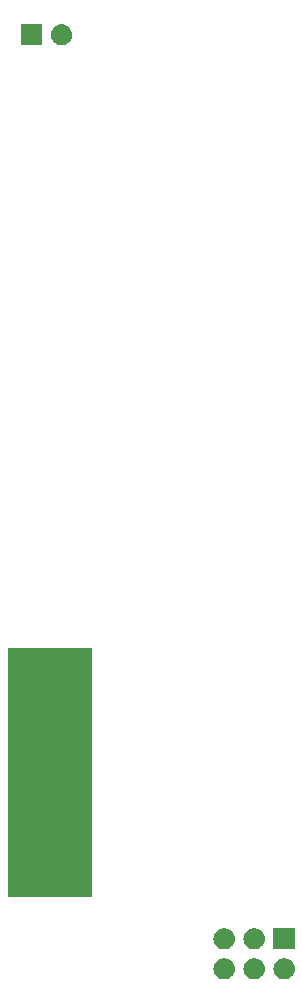
<source format=gbr>
G04 #@! TF.GenerationSoftware,KiCad,Pcbnew,(5.0.0-rc2-dev-668-g07e7340a9)*
G04 #@! TF.CreationDate,2018-10-23T00:23:44-04:00*
G04 #@! TF.ProjectId,BalancingBusinessCard,42616C616E63696E67427573696E6573,rev?*
G04 #@! TF.SameCoordinates,Original*
G04 #@! TF.FileFunction,Soldermask,Bot*
G04 #@! TF.FilePolarity,Negative*
%FSLAX46Y46*%
G04 Gerber Fmt 4.6, Leading zero omitted, Abs format (unit mm)*
G04 Created by KiCad (PCBNEW (5.0.0-rc2-dev-668-g07e7340a9)) date 10/23/18 00:23:44*
%MOMM*%
%LPD*%
G01*
G04 APERTURE LIST*
%ADD10C,0.100000*%
G04 APERTURE END LIST*
D10*
G36*
X222910442Y-131705518D02*
X222976627Y-131712037D01*
X223089853Y-131746384D01*
X223146467Y-131763557D01*
X223285087Y-131837652D01*
X223302991Y-131847222D01*
X223338729Y-131876552D01*
X223440186Y-131959814D01*
X223523448Y-132061271D01*
X223552778Y-132097009D01*
X223552779Y-132097011D01*
X223636443Y-132253533D01*
X223636443Y-132253534D01*
X223687963Y-132423373D01*
X223705359Y-132600000D01*
X223687963Y-132776627D01*
X223653616Y-132889853D01*
X223636443Y-132946467D01*
X223562348Y-133085087D01*
X223552778Y-133102991D01*
X223523448Y-133138729D01*
X223440186Y-133240186D01*
X223338729Y-133323448D01*
X223302991Y-133352778D01*
X223302989Y-133352779D01*
X223146467Y-133436443D01*
X223089853Y-133453616D01*
X222976627Y-133487963D01*
X222910442Y-133494482D01*
X222844260Y-133501000D01*
X222755740Y-133501000D01*
X222689558Y-133494482D01*
X222623373Y-133487963D01*
X222510147Y-133453616D01*
X222453533Y-133436443D01*
X222297011Y-133352779D01*
X222297009Y-133352778D01*
X222261271Y-133323448D01*
X222159814Y-133240186D01*
X222076552Y-133138729D01*
X222047222Y-133102991D01*
X222037652Y-133085087D01*
X221963557Y-132946467D01*
X221946384Y-132889853D01*
X221912037Y-132776627D01*
X221894641Y-132600000D01*
X221912037Y-132423373D01*
X221963557Y-132253534D01*
X221963557Y-132253533D01*
X222047221Y-132097011D01*
X222047222Y-132097009D01*
X222076552Y-132061271D01*
X222159814Y-131959814D01*
X222261271Y-131876552D01*
X222297009Y-131847222D01*
X222314913Y-131837652D01*
X222453533Y-131763557D01*
X222510147Y-131746384D01*
X222623373Y-131712037D01*
X222689558Y-131705518D01*
X222755740Y-131699000D01*
X222844260Y-131699000D01*
X222910442Y-131705518D01*
X222910442Y-131705518D01*
G37*
G36*
X220370442Y-131705518D02*
X220436627Y-131712037D01*
X220549853Y-131746384D01*
X220606467Y-131763557D01*
X220745087Y-131837652D01*
X220762991Y-131847222D01*
X220798729Y-131876552D01*
X220900186Y-131959814D01*
X220983448Y-132061271D01*
X221012778Y-132097009D01*
X221012779Y-132097011D01*
X221096443Y-132253533D01*
X221096443Y-132253534D01*
X221147963Y-132423373D01*
X221165359Y-132600000D01*
X221147963Y-132776627D01*
X221113616Y-132889853D01*
X221096443Y-132946467D01*
X221022348Y-133085087D01*
X221012778Y-133102991D01*
X220983448Y-133138729D01*
X220900186Y-133240186D01*
X220798729Y-133323448D01*
X220762991Y-133352778D01*
X220762989Y-133352779D01*
X220606467Y-133436443D01*
X220549853Y-133453616D01*
X220436627Y-133487963D01*
X220370442Y-133494482D01*
X220304260Y-133501000D01*
X220215740Y-133501000D01*
X220149558Y-133494482D01*
X220083373Y-133487963D01*
X219970147Y-133453616D01*
X219913533Y-133436443D01*
X219757011Y-133352779D01*
X219757009Y-133352778D01*
X219721271Y-133323448D01*
X219619814Y-133240186D01*
X219536552Y-133138729D01*
X219507222Y-133102991D01*
X219497652Y-133085087D01*
X219423557Y-132946467D01*
X219406384Y-132889853D01*
X219372037Y-132776627D01*
X219354641Y-132600000D01*
X219372037Y-132423373D01*
X219423557Y-132253534D01*
X219423557Y-132253533D01*
X219507221Y-132097011D01*
X219507222Y-132097009D01*
X219536552Y-132061271D01*
X219619814Y-131959814D01*
X219721271Y-131876552D01*
X219757009Y-131847222D01*
X219774913Y-131837652D01*
X219913533Y-131763557D01*
X219970147Y-131746384D01*
X220083373Y-131712037D01*
X220149558Y-131705518D01*
X220215740Y-131699000D01*
X220304260Y-131699000D01*
X220370442Y-131705518D01*
X220370442Y-131705518D01*
G37*
G36*
X225450442Y-131705518D02*
X225516627Y-131712037D01*
X225629853Y-131746384D01*
X225686467Y-131763557D01*
X225825087Y-131837652D01*
X225842991Y-131847222D01*
X225878729Y-131876552D01*
X225980186Y-131959814D01*
X226063448Y-132061271D01*
X226092778Y-132097009D01*
X226092779Y-132097011D01*
X226176443Y-132253533D01*
X226176443Y-132253534D01*
X226227963Y-132423373D01*
X226245359Y-132600000D01*
X226227963Y-132776627D01*
X226193616Y-132889853D01*
X226176443Y-132946467D01*
X226102348Y-133085087D01*
X226092778Y-133102991D01*
X226063448Y-133138729D01*
X225980186Y-133240186D01*
X225878729Y-133323448D01*
X225842991Y-133352778D01*
X225842989Y-133352779D01*
X225686467Y-133436443D01*
X225629853Y-133453616D01*
X225516627Y-133487963D01*
X225450442Y-133494482D01*
X225384260Y-133501000D01*
X225295740Y-133501000D01*
X225229558Y-133494482D01*
X225163373Y-133487963D01*
X225050147Y-133453616D01*
X224993533Y-133436443D01*
X224837011Y-133352779D01*
X224837009Y-133352778D01*
X224801271Y-133323448D01*
X224699814Y-133240186D01*
X224616552Y-133138729D01*
X224587222Y-133102991D01*
X224577652Y-133085087D01*
X224503557Y-132946467D01*
X224486384Y-132889853D01*
X224452037Y-132776627D01*
X224434641Y-132600000D01*
X224452037Y-132423373D01*
X224503557Y-132253534D01*
X224503557Y-132253533D01*
X224587221Y-132097011D01*
X224587222Y-132097009D01*
X224616552Y-132061271D01*
X224699814Y-131959814D01*
X224801271Y-131876552D01*
X224837009Y-131847222D01*
X224854913Y-131837652D01*
X224993533Y-131763557D01*
X225050147Y-131746384D01*
X225163373Y-131712037D01*
X225229558Y-131705518D01*
X225295740Y-131699000D01*
X225384260Y-131699000D01*
X225450442Y-131705518D01*
X225450442Y-131705518D01*
G37*
G36*
X226241000Y-130961000D02*
X224439000Y-130961000D01*
X224439000Y-129159000D01*
X226241000Y-129159000D01*
X226241000Y-130961000D01*
X226241000Y-130961000D01*
G37*
G36*
X222910442Y-129165518D02*
X222976627Y-129172037D01*
X223089853Y-129206384D01*
X223146467Y-129223557D01*
X223285087Y-129297652D01*
X223302991Y-129307222D01*
X223338729Y-129336552D01*
X223440186Y-129419814D01*
X223523448Y-129521271D01*
X223552778Y-129557009D01*
X223552779Y-129557011D01*
X223636443Y-129713533D01*
X223636443Y-129713534D01*
X223687963Y-129883373D01*
X223705359Y-130060000D01*
X223687963Y-130236627D01*
X223653616Y-130349853D01*
X223636443Y-130406467D01*
X223562348Y-130545087D01*
X223552778Y-130562991D01*
X223523448Y-130598729D01*
X223440186Y-130700186D01*
X223338729Y-130783448D01*
X223302991Y-130812778D01*
X223302989Y-130812779D01*
X223146467Y-130896443D01*
X223089853Y-130913616D01*
X222976627Y-130947963D01*
X222910442Y-130954482D01*
X222844260Y-130961000D01*
X222755740Y-130961000D01*
X222689558Y-130954482D01*
X222623373Y-130947963D01*
X222510147Y-130913616D01*
X222453533Y-130896443D01*
X222297011Y-130812779D01*
X222297009Y-130812778D01*
X222261271Y-130783448D01*
X222159814Y-130700186D01*
X222076552Y-130598729D01*
X222047222Y-130562991D01*
X222037652Y-130545087D01*
X221963557Y-130406467D01*
X221946384Y-130349853D01*
X221912037Y-130236627D01*
X221894641Y-130060000D01*
X221912037Y-129883373D01*
X221963557Y-129713534D01*
X221963557Y-129713533D01*
X222047221Y-129557011D01*
X222047222Y-129557009D01*
X222076552Y-129521271D01*
X222159814Y-129419814D01*
X222261271Y-129336552D01*
X222297009Y-129307222D01*
X222314913Y-129297652D01*
X222453533Y-129223557D01*
X222510147Y-129206384D01*
X222623373Y-129172037D01*
X222689558Y-129165518D01*
X222755740Y-129159000D01*
X222844260Y-129159000D01*
X222910442Y-129165518D01*
X222910442Y-129165518D01*
G37*
G36*
X220370442Y-129165518D02*
X220436627Y-129172037D01*
X220549853Y-129206384D01*
X220606467Y-129223557D01*
X220745087Y-129297652D01*
X220762991Y-129307222D01*
X220798729Y-129336552D01*
X220900186Y-129419814D01*
X220983448Y-129521271D01*
X221012778Y-129557009D01*
X221012779Y-129557011D01*
X221096443Y-129713533D01*
X221096443Y-129713534D01*
X221147963Y-129883373D01*
X221165359Y-130060000D01*
X221147963Y-130236627D01*
X221113616Y-130349853D01*
X221096443Y-130406467D01*
X221022348Y-130545087D01*
X221012778Y-130562991D01*
X220983448Y-130598729D01*
X220900186Y-130700186D01*
X220798729Y-130783448D01*
X220762991Y-130812778D01*
X220762989Y-130812779D01*
X220606467Y-130896443D01*
X220549853Y-130913616D01*
X220436627Y-130947963D01*
X220370442Y-130954482D01*
X220304260Y-130961000D01*
X220215740Y-130961000D01*
X220149558Y-130954482D01*
X220083373Y-130947963D01*
X219970147Y-130913616D01*
X219913533Y-130896443D01*
X219757011Y-130812779D01*
X219757009Y-130812778D01*
X219721271Y-130783448D01*
X219619814Y-130700186D01*
X219536552Y-130598729D01*
X219507222Y-130562991D01*
X219497652Y-130545087D01*
X219423557Y-130406467D01*
X219406384Y-130349853D01*
X219372037Y-130236627D01*
X219354641Y-130060000D01*
X219372037Y-129883373D01*
X219423557Y-129713534D01*
X219423557Y-129713533D01*
X219507221Y-129557011D01*
X219507222Y-129557009D01*
X219536552Y-129521271D01*
X219619814Y-129419814D01*
X219721271Y-129336552D01*
X219757009Y-129307222D01*
X219774913Y-129297652D01*
X219913533Y-129223557D01*
X219970147Y-129206384D01*
X220083373Y-129172037D01*
X220149558Y-129165518D01*
X220215740Y-129159000D01*
X220304260Y-129159000D01*
X220370442Y-129165518D01*
X220370442Y-129165518D01*
G37*
G36*
X209051000Y-126551000D02*
X201949000Y-126551000D01*
X201949000Y-105449000D01*
X209051000Y-105449000D01*
X209051000Y-126551000D01*
X209051000Y-126551000D01*
G37*
G36*
X204861000Y-54401000D02*
X203059000Y-54401000D01*
X203059000Y-52599000D01*
X204861000Y-52599000D01*
X204861000Y-54401000D01*
X204861000Y-54401000D01*
G37*
G36*
X206610443Y-52605519D02*
X206676627Y-52612037D01*
X206789853Y-52646384D01*
X206846467Y-52663557D01*
X206985087Y-52737652D01*
X207002991Y-52747222D01*
X207038729Y-52776552D01*
X207140186Y-52859814D01*
X207223448Y-52961271D01*
X207252778Y-52997009D01*
X207252779Y-52997011D01*
X207336443Y-53153533D01*
X207336443Y-53153534D01*
X207387963Y-53323373D01*
X207405359Y-53500000D01*
X207387963Y-53676627D01*
X207353616Y-53789853D01*
X207336443Y-53846467D01*
X207262348Y-53985087D01*
X207252778Y-54002991D01*
X207223448Y-54038729D01*
X207140186Y-54140186D01*
X207038729Y-54223448D01*
X207002991Y-54252778D01*
X207002989Y-54252779D01*
X206846467Y-54336443D01*
X206789853Y-54353616D01*
X206676627Y-54387963D01*
X206610443Y-54394481D01*
X206544260Y-54401000D01*
X206455740Y-54401000D01*
X206389557Y-54394481D01*
X206323373Y-54387963D01*
X206210147Y-54353616D01*
X206153533Y-54336443D01*
X205997011Y-54252779D01*
X205997009Y-54252778D01*
X205961271Y-54223448D01*
X205859814Y-54140186D01*
X205776552Y-54038729D01*
X205747222Y-54002991D01*
X205737652Y-53985087D01*
X205663557Y-53846467D01*
X205646384Y-53789853D01*
X205612037Y-53676627D01*
X205594641Y-53500000D01*
X205612037Y-53323373D01*
X205663557Y-53153534D01*
X205663557Y-53153533D01*
X205747221Y-52997011D01*
X205747222Y-52997009D01*
X205776552Y-52961271D01*
X205859814Y-52859814D01*
X205961271Y-52776552D01*
X205997009Y-52747222D01*
X206014913Y-52737652D01*
X206153533Y-52663557D01*
X206210147Y-52646384D01*
X206323373Y-52612037D01*
X206389557Y-52605519D01*
X206455740Y-52599000D01*
X206544260Y-52599000D01*
X206610443Y-52605519D01*
X206610443Y-52605519D01*
G37*
M02*

</source>
